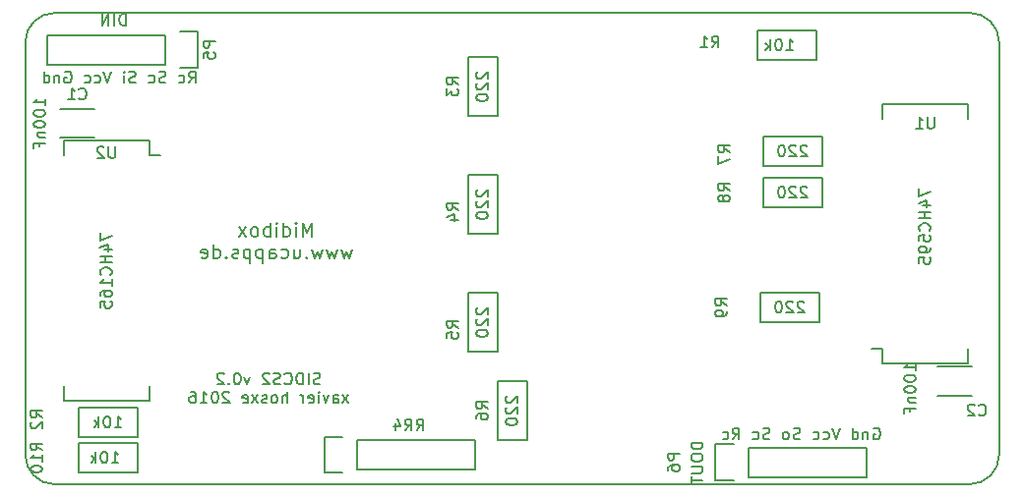
<source format=gbr>
G04 #@! TF.FileFunction,Legend,Bot*
%FSLAX46Y46*%
G04 Gerber Fmt 4.6, Leading zero omitted, Abs format (unit mm)*
G04 Created by KiCad (PCBNEW 4.0.2-4+6225~38~ubuntu14.04.1-stable) date mer. 25 mai 2016 20:43:00 CEST*
%MOMM*%
G01*
G04 APERTURE LIST*
%ADD10C,0.100000*%
%ADD11C,0.150000*%
%ADD12C,0.200000*%
G04 APERTURE END LIST*
D10*
D11*
X136516286Y-127262000D02*
X136611524Y-127214381D01*
X136754381Y-127214381D01*
X136897239Y-127262000D01*
X136992477Y-127357238D01*
X137040096Y-127452476D01*
X137087715Y-127642952D01*
X137087715Y-127785810D01*
X137040096Y-127976286D01*
X136992477Y-128071524D01*
X136897239Y-128166762D01*
X136754381Y-128214381D01*
X136659143Y-128214381D01*
X136516286Y-128166762D01*
X136468667Y-128119143D01*
X136468667Y-127785810D01*
X136659143Y-127785810D01*
X136040096Y-127547714D02*
X136040096Y-128214381D01*
X136040096Y-127642952D02*
X135992477Y-127595333D01*
X135897239Y-127547714D01*
X135754381Y-127547714D01*
X135659143Y-127595333D01*
X135611524Y-127690571D01*
X135611524Y-128214381D01*
X134706762Y-128214381D02*
X134706762Y-127214381D01*
X134706762Y-128166762D02*
X134802000Y-128214381D01*
X134992477Y-128214381D01*
X135087715Y-128166762D01*
X135135334Y-128119143D01*
X135182953Y-128023905D01*
X135182953Y-127738190D01*
X135135334Y-127642952D01*
X135087715Y-127595333D01*
X134992477Y-127547714D01*
X134802000Y-127547714D01*
X134706762Y-127595333D01*
X133611524Y-127214381D02*
X133278191Y-128214381D01*
X132944857Y-127214381D01*
X132182952Y-128166762D02*
X132278190Y-128214381D01*
X132468667Y-128214381D01*
X132563905Y-128166762D01*
X132611524Y-128119143D01*
X132659143Y-128023905D01*
X132659143Y-127738190D01*
X132611524Y-127642952D01*
X132563905Y-127595333D01*
X132468667Y-127547714D01*
X132278190Y-127547714D01*
X132182952Y-127595333D01*
X131325809Y-128166762D02*
X131421047Y-128214381D01*
X131611524Y-128214381D01*
X131706762Y-128166762D01*
X131754381Y-128119143D01*
X131802000Y-128023905D01*
X131802000Y-127738190D01*
X131754381Y-127642952D01*
X131706762Y-127595333D01*
X131611524Y-127547714D01*
X131421047Y-127547714D01*
X131325809Y-127595333D01*
X130182952Y-128166762D02*
X130040095Y-128214381D01*
X129801999Y-128214381D01*
X129706761Y-128166762D01*
X129659142Y-128119143D01*
X129611523Y-128023905D01*
X129611523Y-127928667D01*
X129659142Y-127833429D01*
X129706761Y-127785810D01*
X129801999Y-127738190D01*
X129992476Y-127690571D01*
X130087714Y-127642952D01*
X130135333Y-127595333D01*
X130182952Y-127500095D01*
X130182952Y-127404857D01*
X130135333Y-127309619D01*
X130087714Y-127262000D01*
X129992476Y-127214381D01*
X129754380Y-127214381D01*
X129611523Y-127262000D01*
X129040095Y-128214381D02*
X129135333Y-128166762D01*
X129182952Y-128119143D01*
X129230571Y-128023905D01*
X129230571Y-127738190D01*
X129182952Y-127642952D01*
X129135333Y-127595333D01*
X129040095Y-127547714D01*
X128897237Y-127547714D01*
X128801999Y-127595333D01*
X128754380Y-127642952D01*
X128706761Y-127738190D01*
X128706761Y-128023905D01*
X128754380Y-128119143D01*
X128801999Y-128166762D01*
X128897237Y-128214381D01*
X129040095Y-128214381D01*
X127563904Y-128166762D02*
X127421047Y-128214381D01*
X127182951Y-128214381D01*
X127087713Y-128166762D01*
X127040094Y-128119143D01*
X126992475Y-128023905D01*
X126992475Y-127928667D01*
X127040094Y-127833429D01*
X127087713Y-127785810D01*
X127182951Y-127738190D01*
X127373428Y-127690571D01*
X127468666Y-127642952D01*
X127516285Y-127595333D01*
X127563904Y-127500095D01*
X127563904Y-127404857D01*
X127516285Y-127309619D01*
X127468666Y-127262000D01*
X127373428Y-127214381D01*
X127135332Y-127214381D01*
X126992475Y-127262000D01*
X126135332Y-128166762D02*
X126230570Y-128214381D01*
X126421047Y-128214381D01*
X126516285Y-128166762D01*
X126563904Y-128119143D01*
X126611523Y-128023905D01*
X126611523Y-127738190D01*
X126563904Y-127642952D01*
X126516285Y-127595333D01*
X126421047Y-127547714D01*
X126230570Y-127547714D01*
X126135332Y-127595333D01*
X124373427Y-128214381D02*
X124706761Y-127738190D01*
X124944856Y-128214381D02*
X124944856Y-127214381D01*
X124563903Y-127214381D01*
X124468665Y-127262000D01*
X124421046Y-127309619D01*
X124373427Y-127404857D01*
X124373427Y-127547714D01*
X124421046Y-127642952D01*
X124468665Y-127690571D01*
X124563903Y-127738190D01*
X124944856Y-127738190D01*
X123516284Y-128166762D02*
X123611522Y-128214381D01*
X123801999Y-128214381D01*
X123897237Y-128166762D01*
X123944856Y-128119143D01*
X123992475Y-128023905D01*
X123992475Y-127738190D01*
X123944856Y-127642952D01*
X123897237Y-127595333D01*
X123801999Y-127547714D01*
X123611522Y-127547714D01*
X123516284Y-127595333D01*
X77580381Y-97480381D02*
X77913715Y-97004190D01*
X78151810Y-97480381D02*
X78151810Y-96480381D01*
X77770857Y-96480381D01*
X77675619Y-96528000D01*
X77628000Y-96575619D01*
X77580381Y-96670857D01*
X77580381Y-96813714D01*
X77628000Y-96908952D01*
X77675619Y-96956571D01*
X77770857Y-97004190D01*
X78151810Y-97004190D01*
X76723238Y-97432762D02*
X76818476Y-97480381D01*
X77008953Y-97480381D01*
X77104191Y-97432762D01*
X77151810Y-97385143D01*
X77199429Y-97289905D01*
X77199429Y-97004190D01*
X77151810Y-96908952D01*
X77104191Y-96861333D01*
X77008953Y-96813714D01*
X76818476Y-96813714D01*
X76723238Y-96861333D01*
X75580381Y-97432762D02*
X75437524Y-97480381D01*
X75199428Y-97480381D01*
X75104190Y-97432762D01*
X75056571Y-97385143D01*
X75008952Y-97289905D01*
X75008952Y-97194667D01*
X75056571Y-97099429D01*
X75104190Y-97051810D01*
X75199428Y-97004190D01*
X75389905Y-96956571D01*
X75485143Y-96908952D01*
X75532762Y-96861333D01*
X75580381Y-96766095D01*
X75580381Y-96670857D01*
X75532762Y-96575619D01*
X75485143Y-96528000D01*
X75389905Y-96480381D01*
X75151809Y-96480381D01*
X75008952Y-96528000D01*
X74151809Y-97432762D02*
X74247047Y-97480381D01*
X74437524Y-97480381D01*
X74532762Y-97432762D01*
X74580381Y-97385143D01*
X74628000Y-97289905D01*
X74628000Y-97004190D01*
X74580381Y-96908952D01*
X74532762Y-96861333D01*
X74437524Y-96813714D01*
X74247047Y-96813714D01*
X74151809Y-96861333D01*
X73008952Y-97432762D02*
X72866095Y-97480381D01*
X72627999Y-97480381D01*
X72532761Y-97432762D01*
X72485142Y-97385143D01*
X72437523Y-97289905D01*
X72437523Y-97194667D01*
X72485142Y-97099429D01*
X72532761Y-97051810D01*
X72627999Y-97004190D01*
X72818476Y-96956571D01*
X72913714Y-96908952D01*
X72961333Y-96861333D01*
X73008952Y-96766095D01*
X73008952Y-96670857D01*
X72961333Y-96575619D01*
X72913714Y-96528000D01*
X72818476Y-96480381D01*
X72580380Y-96480381D01*
X72437523Y-96528000D01*
X72008952Y-97480381D02*
X72008952Y-96813714D01*
X72008952Y-96480381D02*
X72056571Y-96528000D01*
X72008952Y-96575619D01*
X71961333Y-96528000D01*
X72008952Y-96480381D01*
X72008952Y-96575619D01*
X70913714Y-96480381D02*
X70580381Y-97480381D01*
X70247047Y-96480381D01*
X69485142Y-97432762D02*
X69580380Y-97480381D01*
X69770857Y-97480381D01*
X69866095Y-97432762D01*
X69913714Y-97385143D01*
X69961333Y-97289905D01*
X69961333Y-97004190D01*
X69913714Y-96908952D01*
X69866095Y-96861333D01*
X69770857Y-96813714D01*
X69580380Y-96813714D01*
X69485142Y-96861333D01*
X68627999Y-97432762D02*
X68723237Y-97480381D01*
X68913714Y-97480381D01*
X69008952Y-97432762D01*
X69056571Y-97385143D01*
X69104190Y-97289905D01*
X69104190Y-97004190D01*
X69056571Y-96908952D01*
X69008952Y-96861333D01*
X68913714Y-96813714D01*
X68723237Y-96813714D01*
X68627999Y-96861333D01*
X66913713Y-96528000D02*
X67008951Y-96480381D01*
X67151808Y-96480381D01*
X67294666Y-96528000D01*
X67389904Y-96623238D01*
X67437523Y-96718476D01*
X67485142Y-96908952D01*
X67485142Y-97051810D01*
X67437523Y-97242286D01*
X67389904Y-97337524D01*
X67294666Y-97432762D01*
X67151808Y-97480381D01*
X67056570Y-97480381D01*
X66913713Y-97432762D01*
X66866094Y-97385143D01*
X66866094Y-97051810D01*
X67056570Y-97051810D01*
X66437523Y-96813714D02*
X66437523Y-97480381D01*
X66437523Y-96908952D02*
X66389904Y-96861333D01*
X66294666Y-96813714D01*
X66151808Y-96813714D01*
X66056570Y-96861333D01*
X66008951Y-96956571D01*
X66008951Y-97480381D01*
X65104189Y-97480381D02*
X65104189Y-96480381D01*
X65104189Y-97432762D02*
X65199427Y-97480381D01*
X65389904Y-97480381D01*
X65485142Y-97432762D01*
X65532761Y-97385143D01*
X65580380Y-97289905D01*
X65580380Y-97004190D01*
X65532761Y-96908952D01*
X65485142Y-96861333D01*
X65389904Y-96813714D01*
X65199427Y-96813714D01*
X65104189Y-96861333D01*
D12*
X88883571Y-123429762D02*
X88740714Y-123477381D01*
X88502618Y-123477381D01*
X88407380Y-123429762D01*
X88359761Y-123382143D01*
X88312142Y-123286905D01*
X88312142Y-123191667D01*
X88359761Y-123096429D01*
X88407380Y-123048810D01*
X88502618Y-123001190D01*
X88693095Y-122953571D01*
X88788333Y-122905952D01*
X88835952Y-122858333D01*
X88883571Y-122763095D01*
X88883571Y-122667857D01*
X88835952Y-122572619D01*
X88788333Y-122525000D01*
X88693095Y-122477381D01*
X88454999Y-122477381D01*
X88312142Y-122525000D01*
X87883571Y-123477381D02*
X87883571Y-122477381D01*
X87407381Y-123477381D02*
X87407381Y-122477381D01*
X87169286Y-122477381D01*
X87026428Y-122525000D01*
X86931190Y-122620238D01*
X86883571Y-122715476D01*
X86835952Y-122905952D01*
X86835952Y-123048810D01*
X86883571Y-123239286D01*
X86931190Y-123334524D01*
X87026428Y-123429762D01*
X87169286Y-123477381D01*
X87407381Y-123477381D01*
X85835952Y-123382143D02*
X85883571Y-123429762D01*
X86026428Y-123477381D01*
X86121666Y-123477381D01*
X86264524Y-123429762D01*
X86359762Y-123334524D01*
X86407381Y-123239286D01*
X86455000Y-123048810D01*
X86455000Y-122905952D01*
X86407381Y-122715476D01*
X86359762Y-122620238D01*
X86264524Y-122525000D01*
X86121666Y-122477381D01*
X86026428Y-122477381D01*
X85883571Y-122525000D01*
X85835952Y-122572619D01*
X85455000Y-123429762D02*
X85312143Y-123477381D01*
X85074047Y-123477381D01*
X84978809Y-123429762D01*
X84931190Y-123382143D01*
X84883571Y-123286905D01*
X84883571Y-123191667D01*
X84931190Y-123096429D01*
X84978809Y-123048810D01*
X85074047Y-123001190D01*
X85264524Y-122953571D01*
X85359762Y-122905952D01*
X85407381Y-122858333D01*
X85455000Y-122763095D01*
X85455000Y-122667857D01*
X85407381Y-122572619D01*
X85359762Y-122525000D01*
X85264524Y-122477381D01*
X85026428Y-122477381D01*
X84883571Y-122525000D01*
X84502619Y-122572619D02*
X84455000Y-122525000D01*
X84359762Y-122477381D01*
X84121666Y-122477381D01*
X84026428Y-122525000D01*
X83978809Y-122572619D01*
X83931190Y-122667857D01*
X83931190Y-122763095D01*
X83978809Y-122905952D01*
X84550238Y-123477381D01*
X83931190Y-123477381D01*
X82835952Y-122810714D02*
X82597857Y-123477381D01*
X82359761Y-122810714D01*
X81788333Y-122477381D02*
X81693094Y-122477381D01*
X81597856Y-122525000D01*
X81550237Y-122572619D01*
X81502618Y-122667857D01*
X81454999Y-122858333D01*
X81454999Y-123096429D01*
X81502618Y-123286905D01*
X81550237Y-123382143D01*
X81597856Y-123429762D01*
X81693094Y-123477381D01*
X81788333Y-123477381D01*
X81883571Y-123429762D01*
X81931190Y-123382143D01*
X81978809Y-123286905D01*
X82026428Y-123096429D01*
X82026428Y-122858333D01*
X81978809Y-122667857D01*
X81931190Y-122572619D01*
X81883571Y-122525000D01*
X81788333Y-122477381D01*
X81026428Y-123382143D02*
X80978809Y-123429762D01*
X81026428Y-123477381D01*
X81074047Y-123429762D01*
X81026428Y-123382143D01*
X81026428Y-123477381D01*
X80597857Y-122572619D02*
X80550238Y-122525000D01*
X80455000Y-122477381D01*
X80216904Y-122477381D01*
X80121666Y-122525000D01*
X80074047Y-122572619D01*
X80026428Y-122667857D01*
X80026428Y-122763095D01*
X80074047Y-122905952D01*
X80645476Y-123477381D01*
X80026428Y-123477381D01*
X91335953Y-125077381D02*
X90812143Y-124410714D01*
X91335953Y-124410714D02*
X90812143Y-125077381D01*
X90002619Y-125077381D02*
X90002619Y-124553571D01*
X90050238Y-124458333D01*
X90145476Y-124410714D01*
X90335953Y-124410714D01*
X90431191Y-124458333D01*
X90002619Y-125029762D02*
X90097857Y-125077381D01*
X90335953Y-125077381D01*
X90431191Y-125029762D01*
X90478810Y-124934524D01*
X90478810Y-124839286D01*
X90431191Y-124744048D01*
X90335953Y-124696429D01*
X90097857Y-124696429D01*
X90002619Y-124648810D01*
X89621667Y-124410714D02*
X89383572Y-125077381D01*
X89145476Y-124410714D01*
X88764524Y-125077381D02*
X88764524Y-124410714D01*
X88764524Y-124077381D02*
X88812143Y-124125000D01*
X88764524Y-124172619D01*
X88716905Y-124125000D01*
X88764524Y-124077381D01*
X88764524Y-124172619D01*
X87907381Y-125029762D02*
X88002619Y-125077381D01*
X88193096Y-125077381D01*
X88288334Y-125029762D01*
X88335953Y-124934524D01*
X88335953Y-124553571D01*
X88288334Y-124458333D01*
X88193096Y-124410714D01*
X88002619Y-124410714D01*
X87907381Y-124458333D01*
X87859762Y-124553571D01*
X87859762Y-124648810D01*
X88335953Y-124744048D01*
X87431191Y-125077381D02*
X87431191Y-124410714D01*
X87431191Y-124601190D02*
X87383572Y-124505952D01*
X87335953Y-124458333D01*
X87240715Y-124410714D01*
X87145476Y-124410714D01*
X86050238Y-125077381D02*
X86050238Y-124077381D01*
X85621666Y-125077381D02*
X85621666Y-124553571D01*
X85669285Y-124458333D01*
X85764523Y-124410714D01*
X85907381Y-124410714D01*
X86002619Y-124458333D01*
X86050238Y-124505952D01*
X85002619Y-125077381D02*
X85097857Y-125029762D01*
X85145476Y-124982143D01*
X85193095Y-124886905D01*
X85193095Y-124601190D01*
X85145476Y-124505952D01*
X85097857Y-124458333D01*
X85002619Y-124410714D01*
X84859761Y-124410714D01*
X84764523Y-124458333D01*
X84716904Y-124505952D01*
X84669285Y-124601190D01*
X84669285Y-124886905D01*
X84716904Y-124982143D01*
X84764523Y-125029762D01*
X84859761Y-125077381D01*
X85002619Y-125077381D01*
X84288333Y-125029762D02*
X84193095Y-125077381D01*
X84002619Y-125077381D01*
X83907380Y-125029762D01*
X83859761Y-124934524D01*
X83859761Y-124886905D01*
X83907380Y-124791667D01*
X84002619Y-124744048D01*
X84145476Y-124744048D01*
X84240714Y-124696429D01*
X84288333Y-124601190D01*
X84288333Y-124553571D01*
X84240714Y-124458333D01*
X84145476Y-124410714D01*
X84002619Y-124410714D01*
X83907380Y-124458333D01*
X83526428Y-125077381D02*
X83002618Y-124410714D01*
X83526428Y-124410714D02*
X83002618Y-125077381D01*
X82240713Y-125029762D02*
X82335951Y-125077381D01*
X82526428Y-125077381D01*
X82621666Y-125029762D01*
X82669285Y-124934524D01*
X82669285Y-124553571D01*
X82621666Y-124458333D01*
X82526428Y-124410714D01*
X82335951Y-124410714D01*
X82240713Y-124458333D01*
X82193094Y-124553571D01*
X82193094Y-124648810D01*
X82669285Y-124744048D01*
X81050237Y-124172619D02*
X81002618Y-124125000D01*
X80907380Y-124077381D01*
X80669284Y-124077381D01*
X80574046Y-124125000D01*
X80526427Y-124172619D01*
X80478808Y-124267857D01*
X80478808Y-124363095D01*
X80526427Y-124505952D01*
X81097856Y-125077381D01*
X80478808Y-125077381D01*
X79859761Y-124077381D02*
X79764522Y-124077381D01*
X79669284Y-124125000D01*
X79621665Y-124172619D01*
X79574046Y-124267857D01*
X79526427Y-124458333D01*
X79526427Y-124696429D01*
X79574046Y-124886905D01*
X79621665Y-124982143D01*
X79669284Y-125029762D01*
X79764522Y-125077381D01*
X79859761Y-125077381D01*
X79954999Y-125029762D01*
X80002618Y-124982143D01*
X80050237Y-124886905D01*
X80097856Y-124696429D01*
X80097856Y-124458333D01*
X80050237Y-124267857D01*
X80002618Y-124172619D01*
X79954999Y-124125000D01*
X79859761Y-124077381D01*
X78574046Y-125077381D02*
X79145475Y-125077381D01*
X78859761Y-125077381D02*
X78859761Y-124077381D01*
X78954999Y-124220238D01*
X79050237Y-124315476D01*
X79145475Y-124363095D01*
X77716903Y-124077381D02*
X77907380Y-124077381D01*
X78002618Y-124125000D01*
X78050237Y-124172619D01*
X78145475Y-124315476D01*
X78193094Y-124505952D01*
X78193094Y-124886905D01*
X78145475Y-124982143D01*
X78097856Y-125029762D01*
X78002618Y-125077381D01*
X77812141Y-125077381D01*
X77716903Y-125029762D01*
X77669284Y-124982143D01*
X77621665Y-124886905D01*
X77621665Y-124648810D01*
X77669284Y-124553571D01*
X77716903Y-124505952D01*
X77812141Y-124458333D01*
X78002618Y-124458333D01*
X78097856Y-124505952D01*
X78145475Y-124553571D01*
X78193094Y-124648810D01*
X88175715Y-110727857D02*
X88175715Y-109527857D01*
X87775715Y-110385000D01*
X87375715Y-109527857D01*
X87375715Y-110727857D01*
X86804286Y-110727857D02*
X86804286Y-109927857D01*
X86804286Y-109527857D02*
X86861429Y-109585000D01*
X86804286Y-109642143D01*
X86747143Y-109585000D01*
X86804286Y-109527857D01*
X86804286Y-109642143D01*
X85718571Y-110727857D02*
X85718571Y-109527857D01*
X85718571Y-110670714D02*
X85832857Y-110727857D01*
X86061428Y-110727857D01*
X86175714Y-110670714D01*
X86232857Y-110613571D01*
X86290000Y-110499286D01*
X86290000Y-110156429D01*
X86232857Y-110042143D01*
X86175714Y-109985000D01*
X86061428Y-109927857D01*
X85832857Y-109927857D01*
X85718571Y-109985000D01*
X85147143Y-110727857D02*
X85147143Y-109927857D01*
X85147143Y-109527857D02*
X85204286Y-109585000D01*
X85147143Y-109642143D01*
X85090000Y-109585000D01*
X85147143Y-109527857D01*
X85147143Y-109642143D01*
X84575714Y-110727857D02*
X84575714Y-109527857D01*
X84575714Y-109985000D02*
X84461428Y-109927857D01*
X84232857Y-109927857D01*
X84118571Y-109985000D01*
X84061428Y-110042143D01*
X84004285Y-110156429D01*
X84004285Y-110499286D01*
X84061428Y-110613571D01*
X84118571Y-110670714D01*
X84232857Y-110727857D01*
X84461428Y-110727857D01*
X84575714Y-110670714D01*
X83318571Y-110727857D02*
X83432857Y-110670714D01*
X83490000Y-110613571D01*
X83547143Y-110499286D01*
X83547143Y-110156429D01*
X83490000Y-110042143D01*
X83432857Y-109985000D01*
X83318571Y-109927857D01*
X83147143Y-109927857D01*
X83032857Y-109985000D01*
X82975714Y-110042143D01*
X82918571Y-110156429D01*
X82918571Y-110499286D01*
X82975714Y-110613571D01*
X83032857Y-110670714D01*
X83147143Y-110727857D01*
X83318571Y-110727857D01*
X82518571Y-110727857D02*
X81890000Y-109927857D01*
X82518571Y-109927857D02*
X81890000Y-110727857D01*
X91604285Y-111807857D02*
X91375714Y-112607857D01*
X91147143Y-112036429D01*
X90918571Y-112607857D01*
X90690000Y-111807857D01*
X90347142Y-111807857D02*
X90118571Y-112607857D01*
X89890000Y-112036429D01*
X89661428Y-112607857D01*
X89432857Y-111807857D01*
X89089999Y-111807857D02*
X88861428Y-112607857D01*
X88632857Y-112036429D01*
X88404285Y-112607857D01*
X88175714Y-111807857D01*
X87718571Y-112493571D02*
X87661428Y-112550714D01*
X87718571Y-112607857D01*
X87775714Y-112550714D01*
X87718571Y-112493571D01*
X87718571Y-112607857D01*
X86632856Y-111807857D02*
X86632856Y-112607857D01*
X87147142Y-111807857D02*
X87147142Y-112436429D01*
X87089999Y-112550714D01*
X86975713Y-112607857D01*
X86804285Y-112607857D01*
X86689999Y-112550714D01*
X86632856Y-112493571D01*
X85547142Y-112550714D02*
X85661428Y-112607857D01*
X85889999Y-112607857D01*
X86004285Y-112550714D01*
X86061428Y-112493571D01*
X86118571Y-112379286D01*
X86118571Y-112036429D01*
X86061428Y-111922143D01*
X86004285Y-111865000D01*
X85889999Y-111807857D01*
X85661428Y-111807857D01*
X85547142Y-111865000D01*
X84518571Y-112607857D02*
X84518571Y-111979286D01*
X84575714Y-111865000D01*
X84690000Y-111807857D01*
X84918571Y-111807857D01*
X85032857Y-111865000D01*
X84518571Y-112550714D02*
X84632857Y-112607857D01*
X84918571Y-112607857D01*
X85032857Y-112550714D01*
X85090000Y-112436429D01*
X85090000Y-112322143D01*
X85032857Y-112207857D01*
X84918571Y-112150714D01*
X84632857Y-112150714D01*
X84518571Y-112093571D01*
X83947143Y-111807857D02*
X83947143Y-113007857D01*
X83947143Y-111865000D02*
X83832857Y-111807857D01*
X83604286Y-111807857D01*
X83490000Y-111865000D01*
X83432857Y-111922143D01*
X83375714Y-112036429D01*
X83375714Y-112379286D01*
X83432857Y-112493571D01*
X83490000Y-112550714D01*
X83604286Y-112607857D01*
X83832857Y-112607857D01*
X83947143Y-112550714D01*
X82861429Y-111807857D02*
X82861429Y-113007857D01*
X82861429Y-111865000D02*
X82747143Y-111807857D01*
X82518572Y-111807857D01*
X82404286Y-111865000D01*
X82347143Y-111922143D01*
X82290000Y-112036429D01*
X82290000Y-112379286D01*
X82347143Y-112493571D01*
X82404286Y-112550714D01*
X82518572Y-112607857D01*
X82747143Y-112607857D01*
X82861429Y-112550714D01*
X81832858Y-112550714D02*
X81718572Y-112607857D01*
X81490000Y-112607857D01*
X81375715Y-112550714D01*
X81318572Y-112436429D01*
X81318572Y-112379286D01*
X81375715Y-112265000D01*
X81490000Y-112207857D01*
X81661429Y-112207857D01*
X81775715Y-112150714D01*
X81832858Y-112036429D01*
X81832858Y-111979286D01*
X81775715Y-111865000D01*
X81661429Y-111807857D01*
X81490000Y-111807857D01*
X81375715Y-111865000D01*
X80804286Y-112493571D02*
X80747143Y-112550714D01*
X80804286Y-112607857D01*
X80861429Y-112550714D01*
X80804286Y-112493571D01*
X80804286Y-112607857D01*
X79718571Y-112607857D02*
X79718571Y-111407857D01*
X79718571Y-112550714D02*
X79832857Y-112607857D01*
X80061428Y-112607857D01*
X80175714Y-112550714D01*
X80232857Y-112493571D01*
X80290000Y-112379286D01*
X80290000Y-112036429D01*
X80232857Y-111922143D01*
X80175714Y-111865000D01*
X80061428Y-111807857D01*
X79832857Y-111807857D01*
X79718571Y-111865000D01*
X78690000Y-112550714D02*
X78804286Y-112607857D01*
X79032857Y-112607857D01*
X79147143Y-112550714D01*
X79204286Y-112436429D01*
X79204286Y-111979286D01*
X79147143Y-111865000D01*
X79032857Y-111807857D01*
X78804286Y-111807857D01*
X78690000Y-111865000D01*
X78632857Y-111979286D01*
X78632857Y-112093571D01*
X79204286Y-112207857D01*
D11*
X63500000Y-129540000D02*
G75*
G03X66040000Y-132080000I2540000J0D01*
G01*
X144780000Y-132080000D02*
G75*
G03X147320000Y-129540000I0J2540000D01*
G01*
X147320000Y-93980000D02*
G75*
G03X144780000Y-91440000I-2540000J0D01*
G01*
X66040000Y-91440000D02*
G75*
G03X63500000Y-93980000I0J-2540000D01*
G01*
X63500000Y-129540000D02*
X63500000Y-93980000D01*
X66040000Y-132080000D02*
X144780000Y-132080000D01*
X147320000Y-93980000D02*
X147320000Y-129540000D01*
X66040000Y-91440000D02*
X144780000Y-91440000D01*
X137295000Y-121675000D02*
X137295000Y-120405000D01*
X144645000Y-121675000D02*
X144645000Y-120405000D01*
X144645000Y-99305000D02*
X144645000Y-100575000D01*
X137295000Y-99305000D02*
X137295000Y-100575000D01*
X137295000Y-121675000D02*
X144645000Y-121675000D01*
X137295000Y-99305000D02*
X144645000Y-99305000D01*
X137295000Y-120405000D02*
X136360000Y-120405000D01*
X74160000Y-102480000D02*
X74160000Y-103750000D01*
X66810000Y-102480000D02*
X66810000Y-103750000D01*
X66810000Y-124850000D02*
X66810000Y-123580000D01*
X74160000Y-124850000D02*
X74160000Y-123580000D01*
X74160000Y-102480000D02*
X66810000Y-102480000D01*
X74160000Y-124850000D02*
X66810000Y-124850000D01*
X74160000Y-103750000D02*
X75095000Y-103750000D01*
X69465000Y-99715000D02*
X66465000Y-99715000D01*
X66465000Y-102215000D02*
X69465000Y-102215000D01*
X141990000Y-124440000D02*
X144990000Y-124440000D01*
X144990000Y-121940000D02*
X141990000Y-121940000D01*
X131572000Y-92964000D02*
X126492000Y-92964000D01*
X126492000Y-92964000D02*
X126492000Y-95504000D01*
X126492000Y-95504000D02*
X131572000Y-95504000D01*
X131572000Y-95504000D02*
X131572000Y-92964000D01*
X73152000Y-125476000D02*
X68072000Y-125476000D01*
X68072000Y-125476000D02*
X68072000Y-128016000D01*
X68072000Y-128016000D02*
X73152000Y-128016000D01*
X73152000Y-128016000D02*
X73152000Y-125476000D01*
X104140000Y-100330000D02*
X104140000Y-95250000D01*
X104140000Y-95250000D02*
X101600000Y-95250000D01*
X101600000Y-95250000D02*
X101600000Y-100330000D01*
X101600000Y-100330000D02*
X104140000Y-100330000D01*
X101600000Y-105410000D02*
X101600000Y-110490000D01*
X101600000Y-110490000D02*
X104140000Y-110490000D01*
X104140000Y-110490000D02*
X104140000Y-105410000D01*
X104140000Y-105410000D02*
X101600000Y-105410000D01*
X101600000Y-115570000D02*
X101600000Y-120650000D01*
X101600000Y-120650000D02*
X104140000Y-120650000D01*
X104140000Y-120650000D02*
X104140000Y-115570000D01*
X104140000Y-115570000D02*
X101600000Y-115570000D01*
X104140000Y-123190000D02*
X104140000Y-128270000D01*
X104140000Y-128270000D02*
X106680000Y-128270000D01*
X106680000Y-128270000D02*
X106680000Y-123190000D01*
X106680000Y-123190000D02*
X104140000Y-123190000D01*
X127000000Y-104648000D02*
X132080000Y-104648000D01*
X132080000Y-104648000D02*
X132080000Y-102108000D01*
X132080000Y-102108000D02*
X127000000Y-102108000D01*
X127000000Y-102108000D02*
X127000000Y-104648000D01*
X127000000Y-108204000D02*
X132080000Y-108204000D01*
X132080000Y-108204000D02*
X132080000Y-105664000D01*
X132080000Y-105664000D02*
X127000000Y-105664000D01*
X127000000Y-105664000D02*
X127000000Y-108204000D01*
X126746000Y-118110000D02*
X131826000Y-118110000D01*
X131826000Y-118110000D02*
X131826000Y-115570000D01*
X131826000Y-115570000D02*
X126746000Y-115570000D01*
X126746000Y-115570000D02*
X126746000Y-118110000D01*
X90805000Y-127990000D02*
X89255000Y-127990000D01*
X89255000Y-127990000D02*
X89255000Y-131090000D01*
X89255000Y-131090000D02*
X90805000Y-131090000D01*
X92075000Y-130810000D02*
X102235000Y-130810000D01*
X102235000Y-130810000D02*
X102235000Y-128270000D01*
X102235000Y-128270000D02*
X92075000Y-128270000D01*
X92075000Y-130810000D02*
X92075000Y-128270000D01*
X76835000Y-96165000D02*
X78385000Y-96165000D01*
X78385000Y-96165000D02*
X78385000Y-93065000D01*
X78385000Y-93065000D02*
X76835000Y-93065000D01*
X75565000Y-93345000D02*
X65405000Y-93345000D01*
X65405000Y-93345000D02*
X65405000Y-95885000D01*
X65405000Y-95885000D02*
X75565000Y-95885000D01*
X75565000Y-93345000D02*
X75565000Y-95885000D01*
X124460000Y-128625000D02*
X122910000Y-128625000D01*
X122910000Y-128625000D02*
X122910000Y-131725000D01*
X122910000Y-131725000D02*
X124460000Y-131725000D01*
X125730000Y-131445000D02*
X135890000Y-131445000D01*
X135890000Y-131445000D02*
X135890000Y-128905000D01*
X135890000Y-128905000D02*
X125730000Y-128905000D01*
X125730000Y-131445000D02*
X125730000Y-128905000D01*
X68072000Y-131064000D02*
X73152000Y-131064000D01*
X73152000Y-131064000D02*
X73152000Y-128524000D01*
X73152000Y-128524000D02*
X68072000Y-128524000D01*
X68072000Y-128524000D02*
X68072000Y-131064000D01*
X141731905Y-100417381D02*
X141731905Y-101226905D01*
X141684286Y-101322143D01*
X141636667Y-101369762D01*
X141541429Y-101417381D01*
X141350952Y-101417381D01*
X141255714Y-101369762D01*
X141208095Y-101322143D01*
X141160476Y-101226905D01*
X141160476Y-100417381D01*
X140160476Y-101417381D02*
X140731905Y-101417381D01*
X140446191Y-101417381D02*
X140446191Y-100417381D01*
X140541429Y-100560238D01*
X140636667Y-100655476D01*
X140731905Y-100703095D01*
X140422381Y-106593095D02*
X140422381Y-107259762D01*
X141422381Y-106831190D01*
X140755714Y-108069286D02*
X141422381Y-108069286D01*
X140374762Y-107831190D02*
X141089048Y-107593095D01*
X141089048Y-108212143D01*
X141422381Y-108593095D02*
X140422381Y-108593095D01*
X140898571Y-108593095D02*
X140898571Y-109164524D01*
X141422381Y-109164524D02*
X140422381Y-109164524D01*
X141327143Y-110212143D02*
X141374762Y-110164524D01*
X141422381Y-110021667D01*
X141422381Y-109926429D01*
X141374762Y-109783571D01*
X141279524Y-109688333D01*
X141184286Y-109640714D01*
X140993810Y-109593095D01*
X140850952Y-109593095D01*
X140660476Y-109640714D01*
X140565238Y-109688333D01*
X140470000Y-109783571D01*
X140422381Y-109926429D01*
X140422381Y-110021667D01*
X140470000Y-110164524D01*
X140517619Y-110212143D01*
X140422381Y-111116905D02*
X140422381Y-110640714D01*
X140898571Y-110593095D01*
X140850952Y-110640714D01*
X140803333Y-110735952D01*
X140803333Y-110974048D01*
X140850952Y-111069286D01*
X140898571Y-111116905D01*
X140993810Y-111164524D01*
X141231905Y-111164524D01*
X141327143Y-111116905D01*
X141374762Y-111069286D01*
X141422381Y-110974048D01*
X141422381Y-110735952D01*
X141374762Y-110640714D01*
X141327143Y-110593095D01*
X141422381Y-111640714D02*
X141422381Y-111831190D01*
X141374762Y-111926429D01*
X141327143Y-111974048D01*
X141184286Y-112069286D01*
X140993810Y-112116905D01*
X140612857Y-112116905D01*
X140517619Y-112069286D01*
X140470000Y-112021667D01*
X140422381Y-111926429D01*
X140422381Y-111735952D01*
X140470000Y-111640714D01*
X140517619Y-111593095D01*
X140612857Y-111545476D01*
X140850952Y-111545476D01*
X140946190Y-111593095D01*
X140993810Y-111640714D01*
X141041429Y-111735952D01*
X141041429Y-111926429D01*
X140993810Y-112021667D01*
X140946190Y-112069286D01*
X140850952Y-112116905D01*
X140422381Y-113021667D02*
X140422381Y-112545476D01*
X140898571Y-112497857D01*
X140850952Y-112545476D01*
X140803333Y-112640714D01*
X140803333Y-112878810D01*
X140850952Y-112974048D01*
X140898571Y-113021667D01*
X140993810Y-113069286D01*
X141231905Y-113069286D01*
X141327143Y-113021667D01*
X141374762Y-112974048D01*
X141422381Y-112878810D01*
X141422381Y-112640714D01*
X141374762Y-112545476D01*
X141327143Y-112497857D01*
X71246905Y-102957381D02*
X71246905Y-103766905D01*
X71199286Y-103862143D01*
X71151667Y-103909762D01*
X71056429Y-103957381D01*
X70865952Y-103957381D01*
X70770714Y-103909762D01*
X70723095Y-103862143D01*
X70675476Y-103766905D01*
X70675476Y-102957381D01*
X70246905Y-103052619D02*
X70199286Y-103005000D01*
X70104048Y-102957381D01*
X69865952Y-102957381D01*
X69770714Y-103005000D01*
X69723095Y-103052619D01*
X69675476Y-103147857D01*
X69675476Y-103243095D01*
X69723095Y-103385952D01*
X70294524Y-103957381D01*
X69675476Y-103957381D01*
X69937381Y-110403095D02*
X69937381Y-111069762D01*
X70937381Y-110641190D01*
X70270714Y-111879286D02*
X70937381Y-111879286D01*
X69889762Y-111641190D02*
X70604048Y-111403095D01*
X70604048Y-112022143D01*
X70937381Y-112403095D02*
X69937381Y-112403095D01*
X70413571Y-112403095D02*
X70413571Y-112974524D01*
X70937381Y-112974524D02*
X69937381Y-112974524D01*
X70842143Y-114022143D02*
X70889762Y-113974524D01*
X70937381Y-113831667D01*
X70937381Y-113736429D01*
X70889762Y-113593571D01*
X70794524Y-113498333D01*
X70699286Y-113450714D01*
X70508810Y-113403095D01*
X70365952Y-113403095D01*
X70175476Y-113450714D01*
X70080238Y-113498333D01*
X69985000Y-113593571D01*
X69937381Y-113736429D01*
X69937381Y-113831667D01*
X69985000Y-113974524D01*
X70032619Y-114022143D01*
X70937381Y-114974524D02*
X70937381Y-114403095D01*
X70937381Y-114688809D02*
X69937381Y-114688809D01*
X70080238Y-114593571D01*
X70175476Y-114498333D01*
X70223095Y-114403095D01*
X69937381Y-115831667D02*
X69937381Y-115641190D01*
X69985000Y-115545952D01*
X70032619Y-115498333D01*
X70175476Y-115403095D01*
X70365952Y-115355476D01*
X70746905Y-115355476D01*
X70842143Y-115403095D01*
X70889762Y-115450714D01*
X70937381Y-115545952D01*
X70937381Y-115736429D01*
X70889762Y-115831667D01*
X70842143Y-115879286D01*
X70746905Y-115926905D01*
X70508810Y-115926905D01*
X70413571Y-115879286D01*
X70365952Y-115831667D01*
X70318333Y-115736429D01*
X70318333Y-115545952D01*
X70365952Y-115450714D01*
X70413571Y-115403095D01*
X70508810Y-115355476D01*
X69937381Y-116831667D02*
X69937381Y-116355476D01*
X70413571Y-116307857D01*
X70365952Y-116355476D01*
X70318333Y-116450714D01*
X70318333Y-116688810D01*
X70365952Y-116784048D01*
X70413571Y-116831667D01*
X70508810Y-116879286D01*
X70746905Y-116879286D01*
X70842143Y-116831667D01*
X70889762Y-116784048D01*
X70937381Y-116688810D01*
X70937381Y-116450714D01*
X70889762Y-116355476D01*
X70842143Y-116307857D01*
X68131666Y-98822143D02*
X68179285Y-98869762D01*
X68322142Y-98917381D01*
X68417380Y-98917381D01*
X68560238Y-98869762D01*
X68655476Y-98774524D01*
X68703095Y-98679286D01*
X68750714Y-98488810D01*
X68750714Y-98345952D01*
X68703095Y-98155476D01*
X68655476Y-98060238D01*
X68560238Y-97965000D01*
X68417380Y-97917381D01*
X68322142Y-97917381D01*
X68179285Y-97965000D01*
X68131666Y-98012619D01*
X67179285Y-98917381D02*
X67750714Y-98917381D01*
X67465000Y-98917381D02*
X67465000Y-97917381D01*
X67560238Y-98060238D01*
X67655476Y-98155476D01*
X67750714Y-98203095D01*
X65222381Y-99417381D02*
X65222381Y-98845952D01*
X65222381Y-99131666D02*
X64222381Y-99131666D01*
X64365238Y-99036428D01*
X64460476Y-98941190D01*
X64508095Y-98845952D01*
X64222381Y-100036428D02*
X64222381Y-100131667D01*
X64270000Y-100226905D01*
X64317619Y-100274524D01*
X64412857Y-100322143D01*
X64603333Y-100369762D01*
X64841429Y-100369762D01*
X65031905Y-100322143D01*
X65127143Y-100274524D01*
X65174762Y-100226905D01*
X65222381Y-100131667D01*
X65222381Y-100036428D01*
X65174762Y-99941190D01*
X65127143Y-99893571D01*
X65031905Y-99845952D01*
X64841429Y-99798333D01*
X64603333Y-99798333D01*
X64412857Y-99845952D01*
X64317619Y-99893571D01*
X64270000Y-99941190D01*
X64222381Y-100036428D01*
X64222381Y-100988809D02*
X64222381Y-101084048D01*
X64270000Y-101179286D01*
X64317619Y-101226905D01*
X64412857Y-101274524D01*
X64603333Y-101322143D01*
X64841429Y-101322143D01*
X65031905Y-101274524D01*
X65127143Y-101226905D01*
X65174762Y-101179286D01*
X65222381Y-101084048D01*
X65222381Y-100988809D01*
X65174762Y-100893571D01*
X65127143Y-100845952D01*
X65031905Y-100798333D01*
X64841429Y-100750714D01*
X64603333Y-100750714D01*
X64412857Y-100798333D01*
X64317619Y-100845952D01*
X64270000Y-100893571D01*
X64222381Y-100988809D01*
X64555714Y-101750714D02*
X65222381Y-101750714D01*
X64650952Y-101750714D02*
X64603333Y-101798333D01*
X64555714Y-101893571D01*
X64555714Y-102036429D01*
X64603333Y-102131667D01*
X64698571Y-102179286D01*
X65222381Y-102179286D01*
X64698571Y-102988810D02*
X64698571Y-102655476D01*
X65222381Y-102655476D02*
X64222381Y-102655476D01*
X64222381Y-103131667D01*
X145581666Y-126087143D02*
X145629285Y-126134762D01*
X145772142Y-126182381D01*
X145867380Y-126182381D01*
X146010238Y-126134762D01*
X146105476Y-126039524D01*
X146153095Y-125944286D01*
X146200714Y-125753810D01*
X146200714Y-125610952D01*
X146153095Y-125420476D01*
X146105476Y-125325238D01*
X146010238Y-125230000D01*
X145867380Y-125182381D01*
X145772142Y-125182381D01*
X145629285Y-125230000D01*
X145581666Y-125277619D01*
X145200714Y-125277619D02*
X145153095Y-125230000D01*
X145057857Y-125182381D01*
X144819761Y-125182381D01*
X144724523Y-125230000D01*
X144676904Y-125277619D01*
X144629285Y-125372857D01*
X144629285Y-125468095D01*
X144676904Y-125610952D01*
X145248333Y-126182381D01*
X144629285Y-126182381D01*
X140152381Y-122277381D02*
X140152381Y-121705952D01*
X140152381Y-121991666D02*
X139152381Y-121991666D01*
X139295238Y-121896428D01*
X139390476Y-121801190D01*
X139438095Y-121705952D01*
X139152381Y-122896428D02*
X139152381Y-122991667D01*
X139200000Y-123086905D01*
X139247619Y-123134524D01*
X139342857Y-123182143D01*
X139533333Y-123229762D01*
X139771429Y-123229762D01*
X139961905Y-123182143D01*
X140057143Y-123134524D01*
X140104762Y-123086905D01*
X140152381Y-122991667D01*
X140152381Y-122896428D01*
X140104762Y-122801190D01*
X140057143Y-122753571D01*
X139961905Y-122705952D01*
X139771429Y-122658333D01*
X139533333Y-122658333D01*
X139342857Y-122705952D01*
X139247619Y-122753571D01*
X139200000Y-122801190D01*
X139152381Y-122896428D01*
X139152381Y-123848809D02*
X139152381Y-123944048D01*
X139200000Y-124039286D01*
X139247619Y-124086905D01*
X139342857Y-124134524D01*
X139533333Y-124182143D01*
X139771429Y-124182143D01*
X139961905Y-124134524D01*
X140057143Y-124086905D01*
X140104762Y-124039286D01*
X140152381Y-123944048D01*
X140152381Y-123848809D01*
X140104762Y-123753571D01*
X140057143Y-123705952D01*
X139961905Y-123658333D01*
X139771429Y-123610714D01*
X139533333Y-123610714D01*
X139342857Y-123658333D01*
X139247619Y-123705952D01*
X139200000Y-123753571D01*
X139152381Y-123848809D01*
X139485714Y-124610714D02*
X140152381Y-124610714D01*
X139580952Y-124610714D02*
X139533333Y-124658333D01*
X139485714Y-124753571D01*
X139485714Y-124896429D01*
X139533333Y-124991667D01*
X139628571Y-125039286D01*
X140152381Y-125039286D01*
X139628571Y-125848810D02*
X139628571Y-125515476D01*
X140152381Y-125515476D02*
X139152381Y-125515476D01*
X139152381Y-125991667D01*
X122594666Y-94432381D02*
X122928000Y-93956190D01*
X123166095Y-94432381D02*
X123166095Y-93432381D01*
X122785142Y-93432381D01*
X122689904Y-93480000D01*
X122642285Y-93527619D01*
X122594666Y-93622857D01*
X122594666Y-93765714D01*
X122642285Y-93860952D01*
X122689904Y-93908571D01*
X122785142Y-93956190D01*
X123166095Y-93956190D01*
X121642285Y-94432381D02*
X122213714Y-94432381D01*
X121928000Y-94432381D02*
X121928000Y-93432381D01*
X122023238Y-93575238D01*
X122118476Y-93670476D01*
X122213714Y-93718095D01*
X128992238Y-94686381D02*
X129563667Y-94686381D01*
X129277953Y-94686381D02*
X129277953Y-93686381D01*
X129373191Y-93829238D01*
X129468429Y-93924476D01*
X129563667Y-93972095D01*
X128373191Y-93686381D02*
X128277952Y-93686381D01*
X128182714Y-93734000D01*
X128135095Y-93781619D01*
X128087476Y-93876857D01*
X128039857Y-94067333D01*
X128039857Y-94305429D01*
X128087476Y-94495905D01*
X128135095Y-94591143D01*
X128182714Y-94638762D01*
X128277952Y-94686381D01*
X128373191Y-94686381D01*
X128468429Y-94638762D01*
X128516048Y-94591143D01*
X128563667Y-94495905D01*
X128611286Y-94305429D01*
X128611286Y-94067333D01*
X128563667Y-93876857D01*
X128516048Y-93781619D01*
X128468429Y-93734000D01*
X128373191Y-93686381D01*
X127611286Y-94686381D02*
X127611286Y-93686381D01*
X127516048Y-94305429D02*
X127230333Y-94686381D01*
X127230333Y-94019714D02*
X127611286Y-94400667D01*
X64968381Y-126325334D02*
X64492190Y-125992000D01*
X64968381Y-125753905D02*
X63968381Y-125753905D01*
X63968381Y-126134858D01*
X64016000Y-126230096D01*
X64063619Y-126277715D01*
X64158857Y-126325334D01*
X64301714Y-126325334D01*
X64396952Y-126277715D01*
X64444571Y-126230096D01*
X64492190Y-126134858D01*
X64492190Y-125753905D01*
X64063619Y-126706286D02*
X64016000Y-126753905D01*
X63968381Y-126849143D01*
X63968381Y-127087239D01*
X64016000Y-127182477D01*
X64063619Y-127230096D01*
X64158857Y-127277715D01*
X64254095Y-127277715D01*
X64396952Y-127230096D01*
X64968381Y-126658667D01*
X64968381Y-127277715D01*
X71207238Y-127198381D02*
X71778667Y-127198381D01*
X71492953Y-127198381D02*
X71492953Y-126198381D01*
X71588191Y-126341238D01*
X71683429Y-126436476D01*
X71778667Y-126484095D01*
X70588191Y-126198381D02*
X70492952Y-126198381D01*
X70397714Y-126246000D01*
X70350095Y-126293619D01*
X70302476Y-126388857D01*
X70254857Y-126579333D01*
X70254857Y-126817429D01*
X70302476Y-127007905D01*
X70350095Y-127103143D01*
X70397714Y-127150762D01*
X70492952Y-127198381D01*
X70588191Y-127198381D01*
X70683429Y-127150762D01*
X70731048Y-127103143D01*
X70778667Y-127007905D01*
X70826286Y-126817429D01*
X70826286Y-126579333D01*
X70778667Y-126388857D01*
X70731048Y-126293619D01*
X70683429Y-126246000D01*
X70588191Y-126198381D01*
X69826286Y-127198381D02*
X69826286Y-126198381D01*
X69731048Y-126817429D02*
X69445333Y-127198381D01*
X69445333Y-126531714D02*
X69826286Y-126912667D01*
X100782381Y-97623334D02*
X100306190Y-97290000D01*
X100782381Y-97051905D02*
X99782381Y-97051905D01*
X99782381Y-97432858D01*
X99830000Y-97528096D01*
X99877619Y-97575715D01*
X99972857Y-97623334D01*
X100115714Y-97623334D01*
X100210952Y-97575715D01*
X100258571Y-97528096D01*
X100306190Y-97432858D01*
X100306190Y-97051905D01*
X99782381Y-97956667D02*
X99782381Y-98575715D01*
X100163333Y-98242381D01*
X100163333Y-98385239D01*
X100210952Y-98480477D01*
X100258571Y-98528096D01*
X100353810Y-98575715D01*
X100591905Y-98575715D01*
X100687143Y-98528096D01*
X100734762Y-98480477D01*
X100782381Y-98385239D01*
X100782381Y-98099524D01*
X100734762Y-98004286D01*
X100687143Y-97956667D01*
X102417619Y-96551905D02*
X102370000Y-96599524D01*
X102322381Y-96694762D01*
X102322381Y-96932858D01*
X102370000Y-97028096D01*
X102417619Y-97075715D01*
X102512857Y-97123334D01*
X102608095Y-97123334D01*
X102750952Y-97075715D01*
X103322381Y-96504286D01*
X103322381Y-97123334D01*
X102417619Y-97504286D02*
X102370000Y-97551905D01*
X102322381Y-97647143D01*
X102322381Y-97885239D01*
X102370000Y-97980477D01*
X102417619Y-98028096D01*
X102512857Y-98075715D01*
X102608095Y-98075715D01*
X102750952Y-98028096D01*
X103322381Y-97456667D01*
X103322381Y-98075715D01*
X102322381Y-98694762D02*
X102322381Y-98790001D01*
X102370000Y-98885239D01*
X102417619Y-98932858D01*
X102512857Y-98980477D01*
X102703333Y-99028096D01*
X102941429Y-99028096D01*
X103131905Y-98980477D01*
X103227143Y-98932858D01*
X103274762Y-98885239D01*
X103322381Y-98790001D01*
X103322381Y-98694762D01*
X103274762Y-98599524D01*
X103227143Y-98551905D01*
X103131905Y-98504286D01*
X102941429Y-98456667D01*
X102703333Y-98456667D01*
X102512857Y-98504286D01*
X102417619Y-98551905D01*
X102370000Y-98599524D01*
X102322381Y-98694762D01*
X100782381Y-108418334D02*
X100306190Y-108085000D01*
X100782381Y-107846905D02*
X99782381Y-107846905D01*
X99782381Y-108227858D01*
X99830000Y-108323096D01*
X99877619Y-108370715D01*
X99972857Y-108418334D01*
X100115714Y-108418334D01*
X100210952Y-108370715D01*
X100258571Y-108323096D01*
X100306190Y-108227858D01*
X100306190Y-107846905D01*
X100115714Y-109275477D02*
X100782381Y-109275477D01*
X99734762Y-109037381D02*
X100449048Y-108799286D01*
X100449048Y-109418334D01*
X102417619Y-106711905D02*
X102370000Y-106759524D01*
X102322381Y-106854762D01*
X102322381Y-107092858D01*
X102370000Y-107188096D01*
X102417619Y-107235715D01*
X102512857Y-107283334D01*
X102608095Y-107283334D01*
X102750952Y-107235715D01*
X103322381Y-106664286D01*
X103322381Y-107283334D01*
X102417619Y-107664286D02*
X102370000Y-107711905D01*
X102322381Y-107807143D01*
X102322381Y-108045239D01*
X102370000Y-108140477D01*
X102417619Y-108188096D01*
X102512857Y-108235715D01*
X102608095Y-108235715D01*
X102750952Y-108188096D01*
X103322381Y-107616667D01*
X103322381Y-108235715D01*
X102322381Y-108854762D02*
X102322381Y-108950001D01*
X102370000Y-109045239D01*
X102417619Y-109092858D01*
X102512857Y-109140477D01*
X102703333Y-109188096D01*
X102941429Y-109188096D01*
X103131905Y-109140477D01*
X103227143Y-109092858D01*
X103274762Y-109045239D01*
X103322381Y-108950001D01*
X103322381Y-108854762D01*
X103274762Y-108759524D01*
X103227143Y-108711905D01*
X103131905Y-108664286D01*
X102941429Y-108616667D01*
X102703333Y-108616667D01*
X102512857Y-108664286D01*
X102417619Y-108711905D01*
X102370000Y-108759524D01*
X102322381Y-108854762D01*
X100782381Y-118578334D02*
X100306190Y-118245000D01*
X100782381Y-118006905D02*
X99782381Y-118006905D01*
X99782381Y-118387858D01*
X99830000Y-118483096D01*
X99877619Y-118530715D01*
X99972857Y-118578334D01*
X100115714Y-118578334D01*
X100210952Y-118530715D01*
X100258571Y-118483096D01*
X100306190Y-118387858D01*
X100306190Y-118006905D01*
X99782381Y-119483096D02*
X99782381Y-119006905D01*
X100258571Y-118959286D01*
X100210952Y-119006905D01*
X100163333Y-119102143D01*
X100163333Y-119340239D01*
X100210952Y-119435477D01*
X100258571Y-119483096D01*
X100353810Y-119530715D01*
X100591905Y-119530715D01*
X100687143Y-119483096D01*
X100734762Y-119435477D01*
X100782381Y-119340239D01*
X100782381Y-119102143D01*
X100734762Y-119006905D01*
X100687143Y-118959286D01*
X102417619Y-116871905D02*
X102370000Y-116919524D01*
X102322381Y-117014762D01*
X102322381Y-117252858D01*
X102370000Y-117348096D01*
X102417619Y-117395715D01*
X102512857Y-117443334D01*
X102608095Y-117443334D01*
X102750952Y-117395715D01*
X103322381Y-116824286D01*
X103322381Y-117443334D01*
X102417619Y-117824286D02*
X102370000Y-117871905D01*
X102322381Y-117967143D01*
X102322381Y-118205239D01*
X102370000Y-118300477D01*
X102417619Y-118348096D01*
X102512857Y-118395715D01*
X102608095Y-118395715D01*
X102750952Y-118348096D01*
X103322381Y-117776667D01*
X103322381Y-118395715D01*
X102322381Y-119014762D02*
X102322381Y-119110001D01*
X102370000Y-119205239D01*
X102417619Y-119252858D01*
X102512857Y-119300477D01*
X102703333Y-119348096D01*
X102941429Y-119348096D01*
X103131905Y-119300477D01*
X103227143Y-119252858D01*
X103274762Y-119205239D01*
X103322381Y-119110001D01*
X103322381Y-119014762D01*
X103274762Y-118919524D01*
X103227143Y-118871905D01*
X103131905Y-118824286D01*
X102941429Y-118776667D01*
X102703333Y-118776667D01*
X102512857Y-118824286D01*
X102417619Y-118871905D01*
X102370000Y-118919524D01*
X102322381Y-119014762D01*
X103322381Y-125563334D02*
X102846190Y-125230000D01*
X103322381Y-124991905D02*
X102322381Y-124991905D01*
X102322381Y-125372858D01*
X102370000Y-125468096D01*
X102417619Y-125515715D01*
X102512857Y-125563334D01*
X102655714Y-125563334D01*
X102750952Y-125515715D01*
X102798571Y-125468096D01*
X102846190Y-125372858D01*
X102846190Y-124991905D01*
X102322381Y-126420477D02*
X102322381Y-126230000D01*
X102370000Y-126134762D01*
X102417619Y-126087143D01*
X102560476Y-125991905D01*
X102750952Y-125944286D01*
X103131905Y-125944286D01*
X103227143Y-125991905D01*
X103274762Y-126039524D01*
X103322381Y-126134762D01*
X103322381Y-126325239D01*
X103274762Y-126420477D01*
X103227143Y-126468096D01*
X103131905Y-126515715D01*
X102893810Y-126515715D01*
X102798571Y-126468096D01*
X102750952Y-126420477D01*
X102703333Y-126325239D01*
X102703333Y-126134762D01*
X102750952Y-126039524D01*
X102798571Y-125991905D01*
X102893810Y-125944286D01*
X104957619Y-124491905D02*
X104910000Y-124539524D01*
X104862381Y-124634762D01*
X104862381Y-124872858D01*
X104910000Y-124968096D01*
X104957619Y-125015715D01*
X105052857Y-125063334D01*
X105148095Y-125063334D01*
X105290952Y-125015715D01*
X105862381Y-124444286D01*
X105862381Y-125063334D01*
X104957619Y-125444286D02*
X104910000Y-125491905D01*
X104862381Y-125587143D01*
X104862381Y-125825239D01*
X104910000Y-125920477D01*
X104957619Y-125968096D01*
X105052857Y-126015715D01*
X105148095Y-126015715D01*
X105290952Y-125968096D01*
X105862381Y-125396667D01*
X105862381Y-126015715D01*
X104862381Y-126634762D02*
X104862381Y-126730001D01*
X104910000Y-126825239D01*
X104957619Y-126872858D01*
X105052857Y-126920477D01*
X105243333Y-126968096D01*
X105481429Y-126968096D01*
X105671905Y-126920477D01*
X105767143Y-126872858D01*
X105814762Y-126825239D01*
X105862381Y-126730001D01*
X105862381Y-126634762D01*
X105814762Y-126539524D01*
X105767143Y-126491905D01*
X105671905Y-126444286D01*
X105481429Y-126396667D01*
X105243333Y-126396667D01*
X105052857Y-126444286D01*
X104957619Y-126491905D01*
X104910000Y-126539524D01*
X104862381Y-126634762D01*
X124150381Y-103465334D02*
X123674190Y-103132000D01*
X124150381Y-102893905D02*
X123150381Y-102893905D01*
X123150381Y-103274858D01*
X123198000Y-103370096D01*
X123245619Y-103417715D01*
X123340857Y-103465334D01*
X123483714Y-103465334D01*
X123578952Y-103417715D01*
X123626571Y-103370096D01*
X123674190Y-103274858D01*
X123674190Y-102893905D01*
X123150381Y-103798667D02*
X123150381Y-104465334D01*
X124150381Y-104036762D01*
X130778095Y-102925619D02*
X130730476Y-102878000D01*
X130635238Y-102830381D01*
X130397142Y-102830381D01*
X130301904Y-102878000D01*
X130254285Y-102925619D01*
X130206666Y-103020857D01*
X130206666Y-103116095D01*
X130254285Y-103258952D01*
X130825714Y-103830381D01*
X130206666Y-103830381D01*
X129825714Y-102925619D02*
X129778095Y-102878000D01*
X129682857Y-102830381D01*
X129444761Y-102830381D01*
X129349523Y-102878000D01*
X129301904Y-102925619D01*
X129254285Y-103020857D01*
X129254285Y-103116095D01*
X129301904Y-103258952D01*
X129873333Y-103830381D01*
X129254285Y-103830381D01*
X128635238Y-102830381D02*
X128539999Y-102830381D01*
X128444761Y-102878000D01*
X128397142Y-102925619D01*
X128349523Y-103020857D01*
X128301904Y-103211333D01*
X128301904Y-103449429D01*
X128349523Y-103639905D01*
X128397142Y-103735143D01*
X128444761Y-103782762D01*
X128539999Y-103830381D01*
X128635238Y-103830381D01*
X128730476Y-103782762D01*
X128778095Y-103735143D01*
X128825714Y-103639905D01*
X128873333Y-103449429D01*
X128873333Y-103211333D01*
X128825714Y-103020857D01*
X128778095Y-102925619D01*
X128730476Y-102878000D01*
X128635238Y-102830381D01*
X124150381Y-106767334D02*
X123674190Y-106434000D01*
X124150381Y-106195905D02*
X123150381Y-106195905D01*
X123150381Y-106576858D01*
X123198000Y-106672096D01*
X123245619Y-106719715D01*
X123340857Y-106767334D01*
X123483714Y-106767334D01*
X123578952Y-106719715D01*
X123626571Y-106672096D01*
X123674190Y-106576858D01*
X123674190Y-106195905D01*
X123578952Y-107338762D02*
X123531333Y-107243524D01*
X123483714Y-107195905D01*
X123388476Y-107148286D01*
X123340857Y-107148286D01*
X123245619Y-107195905D01*
X123198000Y-107243524D01*
X123150381Y-107338762D01*
X123150381Y-107529239D01*
X123198000Y-107624477D01*
X123245619Y-107672096D01*
X123340857Y-107719715D01*
X123388476Y-107719715D01*
X123483714Y-107672096D01*
X123531333Y-107624477D01*
X123578952Y-107529239D01*
X123578952Y-107338762D01*
X123626571Y-107243524D01*
X123674190Y-107195905D01*
X123769429Y-107148286D01*
X123959905Y-107148286D01*
X124055143Y-107195905D01*
X124102762Y-107243524D01*
X124150381Y-107338762D01*
X124150381Y-107529239D01*
X124102762Y-107624477D01*
X124055143Y-107672096D01*
X123959905Y-107719715D01*
X123769429Y-107719715D01*
X123674190Y-107672096D01*
X123626571Y-107624477D01*
X123578952Y-107529239D01*
X130778095Y-106481619D02*
X130730476Y-106434000D01*
X130635238Y-106386381D01*
X130397142Y-106386381D01*
X130301904Y-106434000D01*
X130254285Y-106481619D01*
X130206666Y-106576857D01*
X130206666Y-106672095D01*
X130254285Y-106814952D01*
X130825714Y-107386381D01*
X130206666Y-107386381D01*
X129825714Y-106481619D02*
X129778095Y-106434000D01*
X129682857Y-106386381D01*
X129444761Y-106386381D01*
X129349523Y-106434000D01*
X129301904Y-106481619D01*
X129254285Y-106576857D01*
X129254285Y-106672095D01*
X129301904Y-106814952D01*
X129873333Y-107386381D01*
X129254285Y-107386381D01*
X128635238Y-106386381D02*
X128539999Y-106386381D01*
X128444761Y-106434000D01*
X128397142Y-106481619D01*
X128349523Y-106576857D01*
X128301904Y-106767333D01*
X128301904Y-107005429D01*
X128349523Y-107195905D01*
X128397142Y-107291143D01*
X128444761Y-107338762D01*
X128539999Y-107386381D01*
X128635238Y-107386381D01*
X128730476Y-107338762D01*
X128778095Y-107291143D01*
X128825714Y-107195905D01*
X128873333Y-107005429D01*
X128873333Y-106767333D01*
X128825714Y-106576857D01*
X128778095Y-106481619D01*
X128730476Y-106434000D01*
X128635238Y-106386381D01*
X123896381Y-116673334D02*
X123420190Y-116340000D01*
X123896381Y-116101905D02*
X122896381Y-116101905D01*
X122896381Y-116482858D01*
X122944000Y-116578096D01*
X122991619Y-116625715D01*
X123086857Y-116673334D01*
X123229714Y-116673334D01*
X123324952Y-116625715D01*
X123372571Y-116578096D01*
X123420190Y-116482858D01*
X123420190Y-116101905D01*
X123896381Y-117149524D02*
X123896381Y-117340000D01*
X123848762Y-117435239D01*
X123801143Y-117482858D01*
X123658286Y-117578096D01*
X123467810Y-117625715D01*
X123086857Y-117625715D01*
X122991619Y-117578096D01*
X122944000Y-117530477D01*
X122896381Y-117435239D01*
X122896381Y-117244762D01*
X122944000Y-117149524D01*
X122991619Y-117101905D01*
X123086857Y-117054286D01*
X123324952Y-117054286D01*
X123420190Y-117101905D01*
X123467810Y-117149524D01*
X123515429Y-117244762D01*
X123515429Y-117435239D01*
X123467810Y-117530477D01*
X123420190Y-117578096D01*
X123324952Y-117625715D01*
X130524095Y-116387619D02*
X130476476Y-116340000D01*
X130381238Y-116292381D01*
X130143142Y-116292381D01*
X130047904Y-116340000D01*
X130000285Y-116387619D01*
X129952666Y-116482857D01*
X129952666Y-116578095D01*
X130000285Y-116720952D01*
X130571714Y-117292381D01*
X129952666Y-117292381D01*
X129571714Y-116387619D02*
X129524095Y-116340000D01*
X129428857Y-116292381D01*
X129190761Y-116292381D01*
X129095523Y-116340000D01*
X129047904Y-116387619D01*
X129000285Y-116482857D01*
X129000285Y-116578095D01*
X129047904Y-116720952D01*
X129619333Y-117292381D01*
X129000285Y-117292381D01*
X128381238Y-116292381D02*
X128285999Y-116292381D01*
X128190761Y-116340000D01*
X128143142Y-116387619D01*
X128095523Y-116482857D01*
X128047904Y-116673333D01*
X128047904Y-116911429D01*
X128095523Y-117101905D01*
X128143142Y-117197143D01*
X128190761Y-117244762D01*
X128285999Y-117292381D01*
X128381238Y-117292381D01*
X128476476Y-117244762D01*
X128524095Y-117197143D01*
X128571714Y-117101905D01*
X128619333Y-116911429D01*
X128619333Y-116673333D01*
X128571714Y-116482857D01*
X128524095Y-116387619D01*
X128476476Y-116340000D01*
X128381238Y-116292381D01*
X97186666Y-127452381D02*
X97520000Y-126976190D01*
X97758095Y-127452381D02*
X97758095Y-126452381D01*
X97377142Y-126452381D01*
X97281904Y-126500000D01*
X97234285Y-126547619D01*
X97186666Y-126642857D01*
X97186666Y-126785714D01*
X97234285Y-126880952D01*
X97281904Y-126928571D01*
X97377142Y-126976190D01*
X97758095Y-126976190D01*
X96186666Y-127452381D02*
X96520000Y-126976190D01*
X96758095Y-127452381D02*
X96758095Y-126452381D01*
X96377142Y-126452381D01*
X96281904Y-126500000D01*
X96234285Y-126547619D01*
X96186666Y-126642857D01*
X96186666Y-126785714D01*
X96234285Y-126880952D01*
X96281904Y-126928571D01*
X96377142Y-126976190D01*
X96758095Y-126976190D01*
X95329523Y-126785714D02*
X95329523Y-127452381D01*
X95567619Y-126404762D02*
X95805714Y-127119048D01*
X95186666Y-127119048D01*
X79827381Y-93876905D02*
X78827381Y-93876905D01*
X78827381Y-94257858D01*
X78875000Y-94353096D01*
X78922619Y-94400715D01*
X79017857Y-94448334D01*
X79160714Y-94448334D01*
X79255952Y-94400715D01*
X79303571Y-94353096D01*
X79351190Y-94257858D01*
X79351190Y-93876905D01*
X78827381Y-95353096D02*
X78827381Y-94876905D01*
X79303571Y-94829286D01*
X79255952Y-94876905D01*
X79208333Y-94972143D01*
X79208333Y-95210239D01*
X79255952Y-95305477D01*
X79303571Y-95353096D01*
X79398810Y-95400715D01*
X79636905Y-95400715D01*
X79732143Y-95353096D01*
X79779762Y-95305477D01*
X79827381Y-95210239D01*
X79827381Y-94972143D01*
X79779762Y-94876905D01*
X79732143Y-94829286D01*
X72143809Y-92527381D02*
X72143809Y-91527381D01*
X71905714Y-91527381D01*
X71762856Y-91575000D01*
X71667618Y-91670238D01*
X71619999Y-91765476D01*
X71572380Y-91955952D01*
X71572380Y-92098810D01*
X71619999Y-92289286D01*
X71667618Y-92384524D01*
X71762856Y-92479762D01*
X71905714Y-92527381D01*
X72143809Y-92527381D01*
X71143809Y-92527381D02*
X71143809Y-91527381D01*
X70667619Y-92527381D02*
X70667619Y-91527381D01*
X70096190Y-92527381D01*
X70096190Y-91527381D01*
X119812381Y-129436905D02*
X118812381Y-129436905D01*
X118812381Y-129817858D01*
X118860000Y-129913096D01*
X118907619Y-129960715D01*
X119002857Y-130008334D01*
X119145714Y-130008334D01*
X119240952Y-129960715D01*
X119288571Y-129913096D01*
X119336190Y-129817858D01*
X119336190Y-129436905D01*
X118812381Y-130865477D02*
X118812381Y-130675000D01*
X118860000Y-130579762D01*
X118907619Y-130532143D01*
X119050476Y-130436905D01*
X119240952Y-130389286D01*
X119621905Y-130389286D01*
X119717143Y-130436905D01*
X119764762Y-130484524D01*
X119812381Y-130579762D01*
X119812381Y-130770239D01*
X119764762Y-130865477D01*
X119717143Y-130913096D01*
X119621905Y-130960715D01*
X119383810Y-130960715D01*
X119288571Y-130913096D01*
X119240952Y-130865477D01*
X119193333Y-130770239D01*
X119193333Y-130579762D01*
X119240952Y-130484524D01*
X119288571Y-130436905D01*
X119383810Y-130389286D01*
X121812381Y-128484524D02*
X120812381Y-128484524D01*
X120812381Y-128722619D01*
X120860000Y-128865477D01*
X120955238Y-128960715D01*
X121050476Y-129008334D01*
X121240952Y-129055953D01*
X121383810Y-129055953D01*
X121574286Y-129008334D01*
X121669524Y-128960715D01*
X121764762Y-128865477D01*
X121812381Y-128722619D01*
X121812381Y-128484524D01*
X120812381Y-129675000D02*
X120812381Y-129865477D01*
X120860000Y-129960715D01*
X120955238Y-130055953D01*
X121145714Y-130103572D01*
X121479048Y-130103572D01*
X121669524Y-130055953D01*
X121764762Y-129960715D01*
X121812381Y-129865477D01*
X121812381Y-129675000D01*
X121764762Y-129579762D01*
X121669524Y-129484524D01*
X121479048Y-129436905D01*
X121145714Y-129436905D01*
X120955238Y-129484524D01*
X120860000Y-129579762D01*
X120812381Y-129675000D01*
X120812381Y-130532143D02*
X121621905Y-130532143D01*
X121717143Y-130579762D01*
X121764762Y-130627381D01*
X121812381Y-130722619D01*
X121812381Y-130913096D01*
X121764762Y-131008334D01*
X121717143Y-131055953D01*
X121621905Y-131103572D01*
X120812381Y-131103572D01*
X120812381Y-131436905D02*
X120812381Y-132008334D01*
X121812381Y-131722619D02*
X120812381Y-131722619D01*
X64968381Y-129151143D02*
X64492190Y-128817809D01*
X64968381Y-128579714D02*
X63968381Y-128579714D01*
X63968381Y-128960667D01*
X64016000Y-129055905D01*
X64063619Y-129103524D01*
X64158857Y-129151143D01*
X64301714Y-129151143D01*
X64396952Y-129103524D01*
X64444571Y-129055905D01*
X64492190Y-128960667D01*
X64492190Y-128579714D01*
X64968381Y-130103524D02*
X64968381Y-129532095D01*
X64968381Y-129817809D02*
X63968381Y-129817809D01*
X64111238Y-129722571D01*
X64206476Y-129627333D01*
X64254095Y-129532095D01*
X63968381Y-130722571D02*
X63968381Y-130817810D01*
X64016000Y-130913048D01*
X64063619Y-130960667D01*
X64158857Y-131008286D01*
X64349333Y-131055905D01*
X64587429Y-131055905D01*
X64777905Y-131008286D01*
X64873143Y-130960667D01*
X64920762Y-130913048D01*
X64968381Y-130817810D01*
X64968381Y-130722571D01*
X64920762Y-130627333D01*
X64873143Y-130579714D01*
X64777905Y-130532095D01*
X64587429Y-130484476D01*
X64349333Y-130484476D01*
X64158857Y-130532095D01*
X64063619Y-130579714D01*
X64016000Y-130627333D01*
X63968381Y-130722571D01*
X70953238Y-130246381D02*
X71524667Y-130246381D01*
X71238953Y-130246381D02*
X71238953Y-129246381D01*
X71334191Y-129389238D01*
X71429429Y-129484476D01*
X71524667Y-129532095D01*
X70334191Y-129246381D02*
X70238952Y-129246381D01*
X70143714Y-129294000D01*
X70096095Y-129341619D01*
X70048476Y-129436857D01*
X70000857Y-129627333D01*
X70000857Y-129865429D01*
X70048476Y-130055905D01*
X70096095Y-130151143D01*
X70143714Y-130198762D01*
X70238952Y-130246381D01*
X70334191Y-130246381D01*
X70429429Y-130198762D01*
X70477048Y-130151143D01*
X70524667Y-130055905D01*
X70572286Y-129865429D01*
X70572286Y-129627333D01*
X70524667Y-129436857D01*
X70477048Y-129341619D01*
X70429429Y-129294000D01*
X70334191Y-129246381D01*
X69572286Y-130246381D02*
X69572286Y-129246381D01*
X69477048Y-129865429D02*
X69191333Y-130246381D01*
X69191333Y-129579714D02*
X69572286Y-129960667D01*
M02*

</source>
